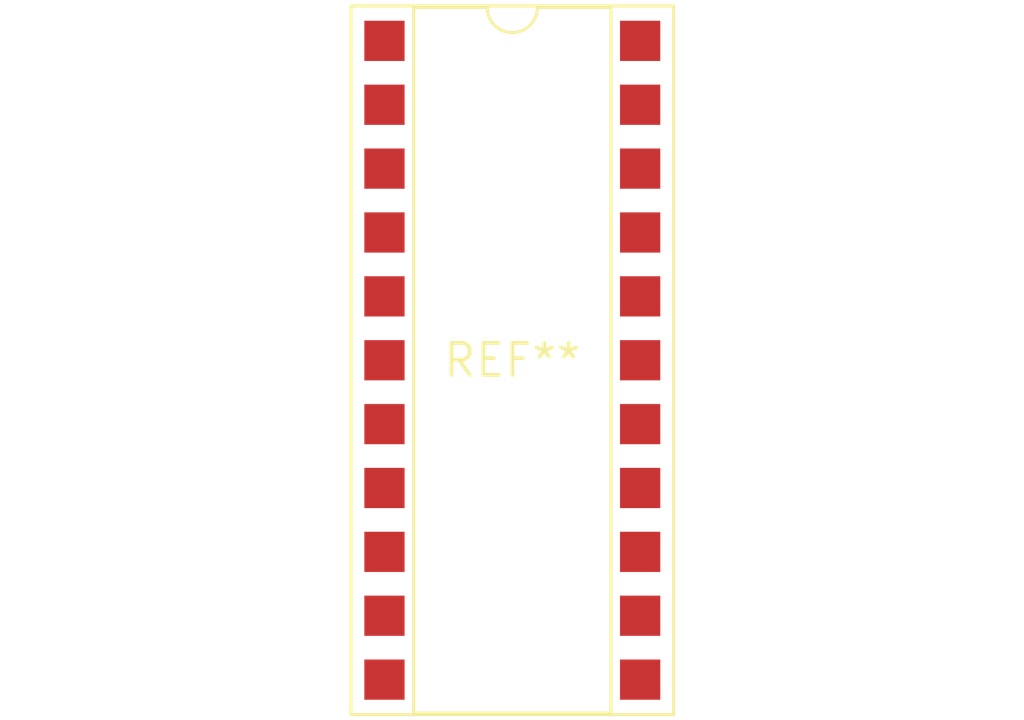
<source format=kicad_pcb>
(kicad_pcb (version 20240108) (generator pcbnew)
  (layers (0 "F.Cu" signal) (31 "B.Cu" signal) (34 "B.Paste" user) (35 "F.Paste" user) (36 "B.SilkS" user "B.Silkscreen") (37 "F.SilkS" user "F.Silkscreen") (38 "B.Mask" user) (39 "F.Mask" user) (44 "Edge.Cuts" user))
  (net 0 "")
  (footprint "DIP-22_W10.16mm_SMDSocket_SmallPads" (layer "F.Cu") (at 0 0)
    (property "Reference" "REF**")
    (property "Value" "DIP-22_W10.16mm_SMDSocket_SmallPads")
    (fp_line (start -6.41 -14.09) (end -6.41 14.09) (layer "F.SilkS") (stroke (width 0.12)))
    (fp_line (start -6.41 14.09) (end 6.41 14.09) (layer "F.SilkS") (stroke (width 0.12)))
    (fp_line (start -3.92 -14.03) (end -3.92 14.03) (layer "F.SilkS") (stroke (width 0.12)))
    (fp_line (start -3.92 14.03) (end 3.92 14.03) (layer "F.SilkS") (stroke (width 0.12)))
    (fp_line (start -1 -14.03) (end -3.92 -14.03) (layer "F.SilkS") (stroke (width 0.12)))
    (fp_line (start 3.92 -14.03) (end 1 -14.03) (layer "F.SilkS") (stroke (width 0.12)))
    (fp_line (start 3.92 14.03) (end 3.92 -14.03) (layer "F.SilkS") (stroke (width 0.12)))
    (fp_line (start 6.41 -14.09) (end -6.41 -14.09) (layer "F.SilkS") (stroke (width 0.12)))
    (fp_line (start 6.41 14.09) (end 6.41 -14.09) (layer "F.SilkS") (stroke (width 0.12)))
    (fp_arc (start 1 -14.03) (mid 0 -13.03) (end -1 -14.03) (layer "F.SilkS") (stroke (width 0.12)))
    (pad "1" smd rect (at -5.08 -12.7) (size 1.6 1.6) (layers "F.Cu" "F.Paste" "F.Mask"))
    (pad "2" smd rect (at -5.08 -10.16) (size 1.6 1.6) (layers "F.Cu" "F.Paste" "F.Mask"))
    (pad "3" smd rect (at -5.08 -7.62) (size 1.6 1.6) (layers "F.Cu" "F.Paste" "F.Mask"))
    (pad "4" smd rect (at -5.08 -5.08) (size 1.6 1.6) (layers "F.Cu" "F.Paste" "F.Mask"))
    (pad "5" smd rect (at -5.08 -2.54) (size 1.6 1.6) (layers "F.Cu" "F.Paste" "F.Mask"))
    (pad "6" smd rect (at -5.08 0) (size 1.6 1.6) (layers "F.Cu" "F.Paste" "F.Mask"))
    (pad "7" smd rect (at -5.08 2.54) (size 1.6 1.6) (layers "F.Cu" "F.Paste" "F.Mask"))
    (pad "8" smd rect (at -5.08 5.08) (size 1.6 1.6) (layers "F.Cu" "F.Paste" "F.Mask"))
    (pad "9" smd rect (at -5.08 7.62) (size 1.6 1.6) (layers "F.Cu" "F.Paste" "F.Mask"))
    (pad "10" smd rect (at -5.08 10.16) (size 1.6 1.6) (layers "F.Cu" "F.Paste" "F.Mask"))
    (pad "11" smd rect (at -5.08 12.7) (size 1.6 1.6) (layers "F.Cu" "F.Paste" "F.Mask"))
    (pad "12" smd rect (at 5.08 12.7) (size 1.6 1.6) (layers "F.Cu" "F.Paste" "F.Mask"))
    (pad "13" smd rect (at 5.08 10.16) (size 1.6 1.6) (layers "F.Cu" "F.Paste" "F.Mask"))
    (pad "14" smd rect (at 5.08 7.62) (size 1.6 1.6) (layers "F.Cu" "F.Paste" "F.Mask"))
    (pad "15" smd rect (at 5.08 5.08) (size 1.6 1.6) (layers "F.Cu" "F.Paste" "F.Mask"))
    (pad "16" smd rect (at 5.08 2.54) (size 1.6 1.6) (layers "F.Cu" "F.Paste" "F.Mask"))
    (pad "17" smd rect (at 5.08 0) (size 1.6 1.6) (layers "F.Cu" "F.Paste" "F.Mask"))
    (pad "18" smd rect (at 5.08 -2.54) (size 1.6 1.6) (layers "F.Cu" "F.Paste" "F.Mask"))
    (pad "19" smd rect (at 5.08 -5.08) (size 1.6 1.6) (layers "F.Cu" "F.Paste" "F.Mask"))
    (pad "20" smd rect (at 5.08 -7.62) (size 1.6 1.6) (layers "F.Cu" "F.Paste" "F.Mask"))
    (pad "21" smd rect (at 5.08 -10.16) (size 1.6 1.6) (layers "F.Cu" "F.Paste" "F.Mask"))
    (pad "22" smd rect (at 5.08 -12.7) (size 1.6 1.6) (layers "F.Cu" "F.Paste" "F.Mask"))
  )
)
</source>
